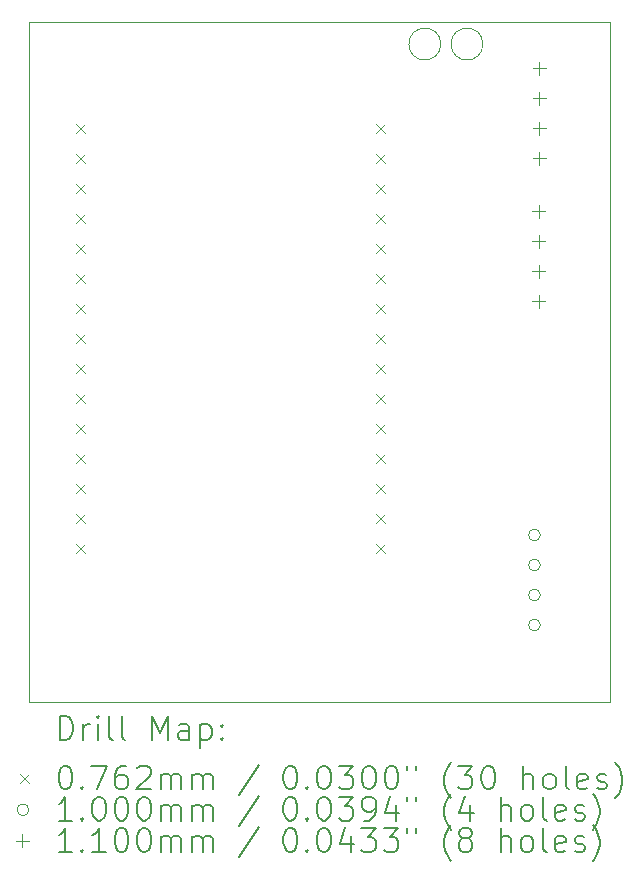
<source format=gbr>
%TF.GenerationSoftware,KiCad,Pcbnew,7.0.11-7.0.11~ubuntu22.04.1*%
%TF.CreationDate,2024-03-24T21:49:16+11:00*%
%TF.ProjectId,esp32_pwm_fan,65737033-325f-4707-976d-5f66616e2e6b,rev?*%
%TF.SameCoordinates,Original*%
%TF.FileFunction,Drillmap*%
%TF.FilePolarity,Positive*%
%FSLAX45Y45*%
G04 Gerber Fmt 4.5, Leading zero omitted, Abs format (unit mm)*
G04 Created by KiCad (PCBNEW 7.0.11-7.0.11~ubuntu22.04.1) date 2024-03-24 21:49:16*
%MOMM*%
%LPD*%
G01*
G04 APERTURE LIST*
%ADD10C,0.100000*%
%ADD11C,0.200000*%
%ADD12C,0.110000*%
G04 APERTURE END LIST*
D10*
X11141629Y-4788000D02*
G75*
G03*
X10872371Y-4788000I-134629J0D01*
G01*
X10872371Y-4788000D02*
G75*
G03*
X11141629Y-4788000I134629J0D01*
G01*
X7302500Y-4600000D02*
X12217500Y-4600000D01*
X12217500Y-10362500D01*
X7302500Y-10362500D01*
X7302500Y-4600000D01*
X10784629Y-4788000D02*
G75*
G03*
X10515371Y-4788000I-134629J0D01*
G01*
X10515371Y-4788000D02*
G75*
G03*
X10784629Y-4788000I134629J0D01*
G01*
D11*
D10*
X7694400Y-5464400D02*
X7770600Y-5540600D01*
X7770600Y-5464400D02*
X7694400Y-5540600D01*
X7694400Y-5718400D02*
X7770600Y-5794600D01*
X7770600Y-5718400D02*
X7694400Y-5794600D01*
X7694400Y-5972400D02*
X7770600Y-6048600D01*
X7770600Y-5972400D02*
X7694400Y-6048600D01*
X7694400Y-6226400D02*
X7770600Y-6302600D01*
X7770600Y-6226400D02*
X7694400Y-6302600D01*
X7694400Y-6480400D02*
X7770600Y-6556600D01*
X7770600Y-6480400D02*
X7694400Y-6556600D01*
X7694400Y-6734400D02*
X7770600Y-6810600D01*
X7770600Y-6734400D02*
X7694400Y-6810600D01*
X7694400Y-6988400D02*
X7770600Y-7064600D01*
X7770600Y-6988400D02*
X7694400Y-7064600D01*
X7694400Y-7242400D02*
X7770600Y-7318600D01*
X7770600Y-7242400D02*
X7694400Y-7318600D01*
X7694400Y-7496400D02*
X7770600Y-7572600D01*
X7770600Y-7496400D02*
X7694400Y-7572600D01*
X7694400Y-7750400D02*
X7770600Y-7826600D01*
X7770600Y-7750400D02*
X7694400Y-7826600D01*
X7694400Y-8004400D02*
X7770600Y-8080600D01*
X7770600Y-8004400D02*
X7694400Y-8080600D01*
X7694400Y-8258400D02*
X7770600Y-8334600D01*
X7770600Y-8258400D02*
X7694400Y-8334600D01*
X7694400Y-8512400D02*
X7770600Y-8588600D01*
X7770600Y-8512400D02*
X7694400Y-8588600D01*
X7694400Y-8766400D02*
X7770600Y-8842600D01*
X7770600Y-8766400D02*
X7694400Y-8842600D01*
X7694400Y-9020400D02*
X7770600Y-9096600D01*
X7770600Y-9020400D02*
X7694400Y-9096600D01*
X10234400Y-5464400D02*
X10310600Y-5540600D01*
X10310600Y-5464400D02*
X10234400Y-5540600D01*
X10234400Y-5718400D02*
X10310600Y-5794600D01*
X10310600Y-5718400D02*
X10234400Y-5794600D01*
X10234400Y-5972400D02*
X10310600Y-6048600D01*
X10310600Y-5972400D02*
X10234400Y-6048600D01*
X10234400Y-6226400D02*
X10310600Y-6302600D01*
X10310600Y-6226400D02*
X10234400Y-6302600D01*
X10234400Y-6480400D02*
X10310600Y-6556600D01*
X10310600Y-6480400D02*
X10234400Y-6556600D01*
X10234400Y-6734400D02*
X10310600Y-6810600D01*
X10310600Y-6734400D02*
X10234400Y-6810600D01*
X10234400Y-6988400D02*
X10310600Y-7064600D01*
X10310600Y-6988400D02*
X10234400Y-7064600D01*
X10234400Y-7242400D02*
X10310600Y-7318600D01*
X10310600Y-7242400D02*
X10234400Y-7318600D01*
X10234400Y-7496400D02*
X10310600Y-7572600D01*
X10310600Y-7496400D02*
X10234400Y-7572600D01*
X10234400Y-7750400D02*
X10310600Y-7826600D01*
X10310600Y-7750400D02*
X10234400Y-7826600D01*
X10234400Y-8004400D02*
X10310600Y-8080600D01*
X10310600Y-8004400D02*
X10234400Y-8080600D01*
X10234400Y-8258400D02*
X10310600Y-8334600D01*
X10310600Y-8258400D02*
X10234400Y-8334600D01*
X10234400Y-8512400D02*
X10310600Y-8588600D01*
X10310600Y-8512400D02*
X10234400Y-8588600D01*
X10234400Y-8766400D02*
X10310600Y-8842600D01*
X10310600Y-8766400D02*
X10234400Y-8842600D01*
X10234400Y-9020400D02*
X10310600Y-9096600D01*
X10310600Y-9020400D02*
X10234400Y-9096600D01*
X11627500Y-8945000D02*
G75*
G03*
X11527500Y-8945000I-50000J0D01*
G01*
X11527500Y-8945000D02*
G75*
G03*
X11627500Y-8945000I50000J0D01*
G01*
X11627500Y-9199000D02*
G75*
G03*
X11527500Y-9199000I-50000J0D01*
G01*
X11527500Y-9199000D02*
G75*
G03*
X11627500Y-9199000I50000J0D01*
G01*
X11627500Y-9453000D02*
G75*
G03*
X11527500Y-9453000I-50000J0D01*
G01*
X11527500Y-9453000D02*
G75*
G03*
X11627500Y-9453000I50000J0D01*
G01*
X11627500Y-9707000D02*
G75*
G03*
X11527500Y-9707000I-50000J0D01*
G01*
X11527500Y-9707000D02*
G75*
G03*
X11627500Y-9707000I50000J0D01*
G01*
D12*
X11614000Y-6150000D02*
X11614000Y-6260000D01*
X11559000Y-6205000D02*
X11669000Y-6205000D01*
X11614000Y-6404000D02*
X11614000Y-6514000D01*
X11559000Y-6459000D02*
X11669000Y-6459000D01*
X11614000Y-6658000D02*
X11614000Y-6768000D01*
X11559000Y-6713000D02*
X11669000Y-6713000D01*
X11614000Y-6912000D02*
X11614000Y-7022000D01*
X11559000Y-6967000D02*
X11669000Y-6967000D01*
X11617000Y-4938000D02*
X11617000Y-5048000D01*
X11562000Y-4993000D02*
X11672000Y-4993000D01*
X11617000Y-5192000D02*
X11617000Y-5302000D01*
X11562000Y-5247000D02*
X11672000Y-5247000D01*
X11617000Y-5446000D02*
X11617000Y-5556000D01*
X11562000Y-5501000D02*
X11672000Y-5501000D01*
X11617000Y-5700000D02*
X11617000Y-5810000D01*
X11562000Y-5755000D02*
X11672000Y-5755000D01*
D11*
X7558277Y-10678984D02*
X7558277Y-10478984D01*
X7558277Y-10478984D02*
X7605896Y-10478984D01*
X7605896Y-10478984D02*
X7634467Y-10488508D01*
X7634467Y-10488508D02*
X7653515Y-10507555D01*
X7653515Y-10507555D02*
X7663039Y-10526603D01*
X7663039Y-10526603D02*
X7672562Y-10564698D01*
X7672562Y-10564698D02*
X7672562Y-10593270D01*
X7672562Y-10593270D02*
X7663039Y-10631365D01*
X7663039Y-10631365D02*
X7653515Y-10650412D01*
X7653515Y-10650412D02*
X7634467Y-10669460D01*
X7634467Y-10669460D02*
X7605896Y-10678984D01*
X7605896Y-10678984D02*
X7558277Y-10678984D01*
X7758277Y-10678984D02*
X7758277Y-10545650D01*
X7758277Y-10583746D02*
X7767801Y-10564698D01*
X7767801Y-10564698D02*
X7777324Y-10555174D01*
X7777324Y-10555174D02*
X7796372Y-10545650D01*
X7796372Y-10545650D02*
X7815420Y-10545650D01*
X7882086Y-10678984D02*
X7882086Y-10545650D01*
X7882086Y-10478984D02*
X7872562Y-10488508D01*
X7872562Y-10488508D02*
X7882086Y-10498031D01*
X7882086Y-10498031D02*
X7891610Y-10488508D01*
X7891610Y-10488508D02*
X7882086Y-10478984D01*
X7882086Y-10478984D02*
X7882086Y-10498031D01*
X8005896Y-10678984D02*
X7986848Y-10669460D01*
X7986848Y-10669460D02*
X7977324Y-10650412D01*
X7977324Y-10650412D02*
X7977324Y-10478984D01*
X8110658Y-10678984D02*
X8091610Y-10669460D01*
X8091610Y-10669460D02*
X8082086Y-10650412D01*
X8082086Y-10650412D02*
X8082086Y-10478984D01*
X8339229Y-10678984D02*
X8339229Y-10478984D01*
X8339229Y-10478984D02*
X8405896Y-10621841D01*
X8405896Y-10621841D02*
X8472563Y-10478984D01*
X8472563Y-10478984D02*
X8472563Y-10678984D01*
X8653515Y-10678984D02*
X8653515Y-10574222D01*
X8653515Y-10574222D02*
X8643991Y-10555174D01*
X8643991Y-10555174D02*
X8624944Y-10545650D01*
X8624944Y-10545650D02*
X8586848Y-10545650D01*
X8586848Y-10545650D02*
X8567801Y-10555174D01*
X8653515Y-10669460D02*
X8634467Y-10678984D01*
X8634467Y-10678984D02*
X8586848Y-10678984D01*
X8586848Y-10678984D02*
X8567801Y-10669460D01*
X8567801Y-10669460D02*
X8558277Y-10650412D01*
X8558277Y-10650412D02*
X8558277Y-10631365D01*
X8558277Y-10631365D02*
X8567801Y-10612317D01*
X8567801Y-10612317D02*
X8586848Y-10602793D01*
X8586848Y-10602793D02*
X8634467Y-10602793D01*
X8634467Y-10602793D02*
X8653515Y-10593270D01*
X8748753Y-10545650D02*
X8748753Y-10745650D01*
X8748753Y-10555174D02*
X8767801Y-10545650D01*
X8767801Y-10545650D02*
X8805896Y-10545650D01*
X8805896Y-10545650D02*
X8824944Y-10555174D01*
X8824944Y-10555174D02*
X8834467Y-10564698D01*
X8834467Y-10564698D02*
X8843991Y-10583746D01*
X8843991Y-10583746D02*
X8843991Y-10640889D01*
X8843991Y-10640889D02*
X8834467Y-10659936D01*
X8834467Y-10659936D02*
X8824944Y-10669460D01*
X8824944Y-10669460D02*
X8805896Y-10678984D01*
X8805896Y-10678984D02*
X8767801Y-10678984D01*
X8767801Y-10678984D02*
X8748753Y-10669460D01*
X8929705Y-10659936D02*
X8939229Y-10669460D01*
X8939229Y-10669460D02*
X8929705Y-10678984D01*
X8929705Y-10678984D02*
X8920182Y-10669460D01*
X8920182Y-10669460D02*
X8929705Y-10659936D01*
X8929705Y-10659936D02*
X8929705Y-10678984D01*
X8929705Y-10555174D02*
X8939229Y-10564698D01*
X8939229Y-10564698D02*
X8929705Y-10574222D01*
X8929705Y-10574222D02*
X8920182Y-10564698D01*
X8920182Y-10564698D02*
X8929705Y-10555174D01*
X8929705Y-10555174D02*
X8929705Y-10574222D01*
D10*
X7221300Y-10969400D02*
X7297500Y-11045600D01*
X7297500Y-10969400D02*
X7221300Y-11045600D01*
D11*
X7596372Y-10898984D02*
X7615420Y-10898984D01*
X7615420Y-10898984D02*
X7634467Y-10908508D01*
X7634467Y-10908508D02*
X7643991Y-10918031D01*
X7643991Y-10918031D02*
X7653515Y-10937079D01*
X7653515Y-10937079D02*
X7663039Y-10975174D01*
X7663039Y-10975174D02*
X7663039Y-11022793D01*
X7663039Y-11022793D02*
X7653515Y-11060889D01*
X7653515Y-11060889D02*
X7643991Y-11079936D01*
X7643991Y-11079936D02*
X7634467Y-11089460D01*
X7634467Y-11089460D02*
X7615420Y-11098984D01*
X7615420Y-11098984D02*
X7596372Y-11098984D01*
X7596372Y-11098984D02*
X7577324Y-11089460D01*
X7577324Y-11089460D02*
X7567801Y-11079936D01*
X7567801Y-11079936D02*
X7558277Y-11060889D01*
X7558277Y-11060889D02*
X7548753Y-11022793D01*
X7548753Y-11022793D02*
X7548753Y-10975174D01*
X7548753Y-10975174D02*
X7558277Y-10937079D01*
X7558277Y-10937079D02*
X7567801Y-10918031D01*
X7567801Y-10918031D02*
X7577324Y-10908508D01*
X7577324Y-10908508D02*
X7596372Y-10898984D01*
X7748753Y-11079936D02*
X7758277Y-11089460D01*
X7758277Y-11089460D02*
X7748753Y-11098984D01*
X7748753Y-11098984D02*
X7739229Y-11089460D01*
X7739229Y-11089460D02*
X7748753Y-11079936D01*
X7748753Y-11079936D02*
X7748753Y-11098984D01*
X7824943Y-10898984D02*
X7958277Y-10898984D01*
X7958277Y-10898984D02*
X7872562Y-11098984D01*
X8120182Y-10898984D02*
X8082086Y-10898984D01*
X8082086Y-10898984D02*
X8063039Y-10908508D01*
X8063039Y-10908508D02*
X8053515Y-10918031D01*
X8053515Y-10918031D02*
X8034467Y-10946603D01*
X8034467Y-10946603D02*
X8024943Y-10984698D01*
X8024943Y-10984698D02*
X8024943Y-11060889D01*
X8024943Y-11060889D02*
X8034467Y-11079936D01*
X8034467Y-11079936D02*
X8043991Y-11089460D01*
X8043991Y-11089460D02*
X8063039Y-11098984D01*
X8063039Y-11098984D02*
X8101134Y-11098984D01*
X8101134Y-11098984D02*
X8120182Y-11089460D01*
X8120182Y-11089460D02*
X8129705Y-11079936D01*
X8129705Y-11079936D02*
X8139229Y-11060889D01*
X8139229Y-11060889D02*
X8139229Y-11013270D01*
X8139229Y-11013270D02*
X8129705Y-10994222D01*
X8129705Y-10994222D02*
X8120182Y-10984698D01*
X8120182Y-10984698D02*
X8101134Y-10975174D01*
X8101134Y-10975174D02*
X8063039Y-10975174D01*
X8063039Y-10975174D02*
X8043991Y-10984698D01*
X8043991Y-10984698D02*
X8034467Y-10994222D01*
X8034467Y-10994222D02*
X8024943Y-11013270D01*
X8215420Y-10918031D02*
X8224943Y-10908508D01*
X8224943Y-10908508D02*
X8243991Y-10898984D01*
X8243991Y-10898984D02*
X8291610Y-10898984D01*
X8291610Y-10898984D02*
X8310658Y-10908508D01*
X8310658Y-10908508D02*
X8320182Y-10918031D01*
X8320182Y-10918031D02*
X8329705Y-10937079D01*
X8329705Y-10937079D02*
X8329705Y-10956127D01*
X8329705Y-10956127D02*
X8320182Y-10984698D01*
X8320182Y-10984698D02*
X8205896Y-11098984D01*
X8205896Y-11098984D02*
X8329705Y-11098984D01*
X8415420Y-11098984D02*
X8415420Y-10965650D01*
X8415420Y-10984698D02*
X8424944Y-10975174D01*
X8424944Y-10975174D02*
X8443991Y-10965650D01*
X8443991Y-10965650D02*
X8472563Y-10965650D01*
X8472563Y-10965650D02*
X8491610Y-10975174D01*
X8491610Y-10975174D02*
X8501134Y-10994222D01*
X8501134Y-10994222D02*
X8501134Y-11098984D01*
X8501134Y-10994222D02*
X8510658Y-10975174D01*
X8510658Y-10975174D02*
X8529705Y-10965650D01*
X8529705Y-10965650D02*
X8558277Y-10965650D01*
X8558277Y-10965650D02*
X8577325Y-10975174D01*
X8577325Y-10975174D02*
X8586848Y-10994222D01*
X8586848Y-10994222D02*
X8586848Y-11098984D01*
X8682086Y-11098984D02*
X8682086Y-10965650D01*
X8682086Y-10984698D02*
X8691610Y-10975174D01*
X8691610Y-10975174D02*
X8710658Y-10965650D01*
X8710658Y-10965650D02*
X8739229Y-10965650D01*
X8739229Y-10965650D02*
X8758277Y-10975174D01*
X8758277Y-10975174D02*
X8767801Y-10994222D01*
X8767801Y-10994222D02*
X8767801Y-11098984D01*
X8767801Y-10994222D02*
X8777325Y-10975174D01*
X8777325Y-10975174D02*
X8796372Y-10965650D01*
X8796372Y-10965650D02*
X8824944Y-10965650D01*
X8824944Y-10965650D02*
X8843991Y-10975174D01*
X8843991Y-10975174D02*
X8853515Y-10994222D01*
X8853515Y-10994222D02*
X8853515Y-11098984D01*
X9243991Y-10889460D02*
X9072563Y-11146603D01*
X9501134Y-10898984D02*
X9520182Y-10898984D01*
X9520182Y-10898984D02*
X9539229Y-10908508D01*
X9539229Y-10908508D02*
X9548753Y-10918031D01*
X9548753Y-10918031D02*
X9558277Y-10937079D01*
X9558277Y-10937079D02*
X9567801Y-10975174D01*
X9567801Y-10975174D02*
X9567801Y-11022793D01*
X9567801Y-11022793D02*
X9558277Y-11060889D01*
X9558277Y-11060889D02*
X9548753Y-11079936D01*
X9548753Y-11079936D02*
X9539229Y-11089460D01*
X9539229Y-11089460D02*
X9520182Y-11098984D01*
X9520182Y-11098984D02*
X9501134Y-11098984D01*
X9501134Y-11098984D02*
X9482087Y-11089460D01*
X9482087Y-11089460D02*
X9472563Y-11079936D01*
X9472563Y-11079936D02*
X9463039Y-11060889D01*
X9463039Y-11060889D02*
X9453515Y-11022793D01*
X9453515Y-11022793D02*
X9453515Y-10975174D01*
X9453515Y-10975174D02*
X9463039Y-10937079D01*
X9463039Y-10937079D02*
X9472563Y-10918031D01*
X9472563Y-10918031D02*
X9482087Y-10908508D01*
X9482087Y-10908508D02*
X9501134Y-10898984D01*
X9653515Y-11079936D02*
X9663039Y-11089460D01*
X9663039Y-11089460D02*
X9653515Y-11098984D01*
X9653515Y-11098984D02*
X9643991Y-11089460D01*
X9643991Y-11089460D02*
X9653515Y-11079936D01*
X9653515Y-11079936D02*
X9653515Y-11098984D01*
X9786848Y-10898984D02*
X9805896Y-10898984D01*
X9805896Y-10898984D02*
X9824944Y-10908508D01*
X9824944Y-10908508D02*
X9834468Y-10918031D01*
X9834468Y-10918031D02*
X9843991Y-10937079D01*
X9843991Y-10937079D02*
X9853515Y-10975174D01*
X9853515Y-10975174D02*
X9853515Y-11022793D01*
X9853515Y-11022793D02*
X9843991Y-11060889D01*
X9843991Y-11060889D02*
X9834468Y-11079936D01*
X9834468Y-11079936D02*
X9824944Y-11089460D01*
X9824944Y-11089460D02*
X9805896Y-11098984D01*
X9805896Y-11098984D02*
X9786848Y-11098984D01*
X9786848Y-11098984D02*
X9767801Y-11089460D01*
X9767801Y-11089460D02*
X9758277Y-11079936D01*
X9758277Y-11079936D02*
X9748753Y-11060889D01*
X9748753Y-11060889D02*
X9739229Y-11022793D01*
X9739229Y-11022793D02*
X9739229Y-10975174D01*
X9739229Y-10975174D02*
X9748753Y-10937079D01*
X9748753Y-10937079D02*
X9758277Y-10918031D01*
X9758277Y-10918031D02*
X9767801Y-10908508D01*
X9767801Y-10908508D02*
X9786848Y-10898984D01*
X9920182Y-10898984D02*
X10043991Y-10898984D01*
X10043991Y-10898984D02*
X9977325Y-10975174D01*
X9977325Y-10975174D02*
X10005896Y-10975174D01*
X10005896Y-10975174D02*
X10024944Y-10984698D01*
X10024944Y-10984698D02*
X10034468Y-10994222D01*
X10034468Y-10994222D02*
X10043991Y-11013270D01*
X10043991Y-11013270D02*
X10043991Y-11060889D01*
X10043991Y-11060889D02*
X10034468Y-11079936D01*
X10034468Y-11079936D02*
X10024944Y-11089460D01*
X10024944Y-11089460D02*
X10005896Y-11098984D01*
X10005896Y-11098984D02*
X9948753Y-11098984D01*
X9948753Y-11098984D02*
X9929706Y-11089460D01*
X9929706Y-11089460D02*
X9920182Y-11079936D01*
X10167801Y-10898984D02*
X10186849Y-10898984D01*
X10186849Y-10898984D02*
X10205896Y-10908508D01*
X10205896Y-10908508D02*
X10215420Y-10918031D01*
X10215420Y-10918031D02*
X10224944Y-10937079D01*
X10224944Y-10937079D02*
X10234468Y-10975174D01*
X10234468Y-10975174D02*
X10234468Y-11022793D01*
X10234468Y-11022793D02*
X10224944Y-11060889D01*
X10224944Y-11060889D02*
X10215420Y-11079936D01*
X10215420Y-11079936D02*
X10205896Y-11089460D01*
X10205896Y-11089460D02*
X10186849Y-11098984D01*
X10186849Y-11098984D02*
X10167801Y-11098984D01*
X10167801Y-11098984D02*
X10148753Y-11089460D01*
X10148753Y-11089460D02*
X10139229Y-11079936D01*
X10139229Y-11079936D02*
X10129706Y-11060889D01*
X10129706Y-11060889D02*
X10120182Y-11022793D01*
X10120182Y-11022793D02*
X10120182Y-10975174D01*
X10120182Y-10975174D02*
X10129706Y-10937079D01*
X10129706Y-10937079D02*
X10139229Y-10918031D01*
X10139229Y-10918031D02*
X10148753Y-10908508D01*
X10148753Y-10908508D02*
X10167801Y-10898984D01*
X10358277Y-10898984D02*
X10377325Y-10898984D01*
X10377325Y-10898984D02*
X10396372Y-10908508D01*
X10396372Y-10908508D02*
X10405896Y-10918031D01*
X10405896Y-10918031D02*
X10415420Y-10937079D01*
X10415420Y-10937079D02*
X10424944Y-10975174D01*
X10424944Y-10975174D02*
X10424944Y-11022793D01*
X10424944Y-11022793D02*
X10415420Y-11060889D01*
X10415420Y-11060889D02*
X10405896Y-11079936D01*
X10405896Y-11079936D02*
X10396372Y-11089460D01*
X10396372Y-11089460D02*
X10377325Y-11098984D01*
X10377325Y-11098984D02*
X10358277Y-11098984D01*
X10358277Y-11098984D02*
X10339229Y-11089460D01*
X10339229Y-11089460D02*
X10329706Y-11079936D01*
X10329706Y-11079936D02*
X10320182Y-11060889D01*
X10320182Y-11060889D02*
X10310658Y-11022793D01*
X10310658Y-11022793D02*
X10310658Y-10975174D01*
X10310658Y-10975174D02*
X10320182Y-10937079D01*
X10320182Y-10937079D02*
X10329706Y-10918031D01*
X10329706Y-10918031D02*
X10339229Y-10908508D01*
X10339229Y-10908508D02*
X10358277Y-10898984D01*
X10501134Y-10898984D02*
X10501134Y-10937079D01*
X10577325Y-10898984D02*
X10577325Y-10937079D01*
X10872563Y-11175174D02*
X10863039Y-11165650D01*
X10863039Y-11165650D02*
X10843991Y-11137079D01*
X10843991Y-11137079D02*
X10834468Y-11118031D01*
X10834468Y-11118031D02*
X10824944Y-11089460D01*
X10824944Y-11089460D02*
X10815420Y-11041841D01*
X10815420Y-11041841D02*
X10815420Y-11003746D01*
X10815420Y-11003746D02*
X10824944Y-10956127D01*
X10824944Y-10956127D02*
X10834468Y-10927555D01*
X10834468Y-10927555D02*
X10843991Y-10908508D01*
X10843991Y-10908508D02*
X10863039Y-10879936D01*
X10863039Y-10879936D02*
X10872563Y-10870412D01*
X10929706Y-10898984D02*
X11053515Y-10898984D01*
X11053515Y-10898984D02*
X10986849Y-10975174D01*
X10986849Y-10975174D02*
X11015420Y-10975174D01*
X11015420Y-10975174D02*
X11034468Y-10984698D01*
X11034468Y-10984698D02*
X11043991Y-10994222D01*
X11043991Y-10994222D02*
X11053515Y-11013270D01*
X11053515Y-11013270D02*
X11053515Y-11060889D01*
X11053515Y-11060889D02*
X11043991Y-11079936D01*
X11043991Y-11079936D02*
X11034468Y-11089460D01*
X11034468Y-11089460D02*
X11015420Y-11098984D01*
X11015420Y-11098984D02*
X10958277Y-11098984D01*
X10958277Y-11098984D02*
X10939230Y-11089460D01*
X10939230Y-11089460D02*
X10929706Y-11079936D01*
X11177325Y-10898984D02*
X11196372Y-10898984D01*
X11196372Y-10898984D02*
X11215420Y-10908508D01*
X11215420Y-10908508D02*
X11224944Y-10918031D01*
X11224944Y-10918031D02*
X11234468Y-10937079D01*
X11234468Y-10937079D02*
X11243991Y-10975174D01*
X11243991Y-10975174D02*
X11243991Y-11022793D01*
X11243991Y-11022793D02*
X11234468Y-11060889D01*
X11234468Y-11060889D02*
X11224944Y-11079936D01*
X11224944Y-11079936D02*
X11215420Y-11089460D01*
X11215420Y-11089460D02*
X11196372Y-11098984D01*
X11196372Y-11098984D02*
X11177325Y-11098984D01*
X11177325Y-11098984D02*
X11158277Y-11089460D01*
X11158277Y-11089460D02*
X11148753Y-11079936D01*
X11148753Y-11079936D02*
X11139230Y-11060889D01*
X11139230Y-11060889D02*
X11129706Y-11022793D01*
X11129706Y-11022793D02*
X11129706Y-10975174D01*
X11129706Y-10975174D02*
X11139230Y-10937079D01*
X11139230Y-10937079D02*
X11148753Y-10918031D01*
X11148753Y-10918031D02*
X11158277Y-10908508D01*
X11158277Y-10908508D02*
X11177325Y-10898984D01*
X11482087Y-11098984D02*
X11482087Y-10898984D01*
X11567801Y-11098984D02*
X11567801Y-10994222D01*
X11567801Y-10994222D02*
X11558277Y-10975174D01*
X11558277Y-10975174D02*
X11539230Y-10965650D01*
X11539230Y-10965650D02*
X11510658Y-10965650D01*
X11510658Y-10965650D02*
X11491610Y-10975174D01*
X11491610Y-10975174D02*
X11482087Y-10984698D01*
X11691610Y-11098984D02*
X11672563Y-11089460D01*
X11672563Y-11089460D02*
X11663039Y-11079936D01*
X11663039Y-11079936D02*
X11653515Y-11060889D01*
X11653515Y-11060889D02*
X11653515Y-11003746D01*
X11653515Y-11003746D02*
X11663039Y-10984698D01*
X11663039Y-10984698D02*
X11672563Y-10975174D01*
X11672563Y-10975174D02*
X11691610Y-10965650D01*
X11691610Y-10965650D02*
X11720182Y-10965650D01*
X11720182Y-10965650D02*
X11739230Y-10975174D01*
X11739230Y-10975174D02*
X11748753Y-10984698D01*
X11748753Y-10984698D02*
X11758277Y-11003746D01*
X11758277Y-11003746D02*
X11758277Y-11060889D01*
X11758277Y-11060889D02*
X11748753Y-11079936D01*
X11748753Y-11079936D02*
X11739230Y-11089460D01*
X11739230Y-11089460D02*
X11720182Y-11098984D01*
X11720182Y-11098984D02*
X11691610Y-11098984D01*
X11872563Y-11098984D02*
X11853515Y-11089460D01*
X11853515Y-11089460D02*
X11843991Y-11070412D01*
X11843991Y-11070412D02*
X11843991Y-10898984D01*
X12024944Y-11089460D02*
X12005896Y-11098984D01*
X12005896Y-11098984D02*
X11967801Y-11098984D01*
X11967801Y-11098984D02*
X11948753Y-11089460D01*
X11948753Y-11089460D02*
X11939230Y-11070412D01*
X11939230Y-11070412D02*
X11939230Y-10994222D01*
X11939230Y-10994222D02*
X11948753Y-10975174D01*
X11948753Y-10975174D02*
X11967801Y-10965650D01*
X11967801Y-10965650D02*
X12005896Y-10965650D01*
X12005896Y-10965650D02*
X12024944Y-10975174D01*
X12024944Y-10975174D02*
X12034468Y-10994222D01*
X12034468Y-10994222D02*
X12034468Y-11013270D01*
X12034468Y-11013270D02*
X11939230Y-11032317D01*
X12110658Y-11089460D02*
X12129706Y-11098984D01*
X12129706Y-11098984D02*
X12167801Y-11098984D01*
X12167801Y-11098984D02*
X12186849Y-11089460D01*
X12186849Y-11089460D02*
X12196372Y-11070412D01*
X12196372Y-11070412D02*
X12196372Y-11060889D01*
X12196372Y-11060889D02*
X12186849Y-11041841D01*
X12186849Y-11041841D02*
X12167801Y-11032317D01*
X12167801Y-11032317D02*
X12139230Y-11032317D01*
X12139230Y-11032317D02*
X12120182Y-11022793D01*
X12120182Y-11022793D02*
X12110658Y-11003746D01*
X12110658Y-11003746D02*
X12110658Y-10994222D01*
X12110658Y-10994222D02*
X12120182Y-10975174D01*
X12120182Y-10975174D02*
X12139230Y-10965650D01*
X12139230Y-10965650D02*
X12167801Y-10965650D01*
X12167801Y-10965650D02*
X12186849Y-10975174D01*
X12263039Y-11175174D02*
X12272563Y-11165650D01*
X12272563Y-11165650D02*
X12291611Y-11137079D01*
X12291611Y-11137079D02*
X12301134Y-11118031D01*
X12301134Y-11118031D02*
X12310658Y-11089460D01*
X12310658Y-11089460D02*
X12320182Y-11041841D01*
X12320182Y-11041841D02*
X12320182Y-11003746D01*
X12320182Y-11003746D02*
X12310658Y-10956127D01*
X12310658Y-10956127D02*
X12301134Y-10927555D01*
X12301134Y-10927555D02*
X12291611Y-10908508D01*
X12291611Y-10908508D02*
X12272563Y-10879936D01*
X12272563Y-10879936D02*
X12263039Y-10870412D01*
D10*
X7297500Y-11271500D02*
G75*
G03*
X7197500Y-11271500I-50000J0D01*
G01*
X7197500Y-11271500D02*
G75*
G03*
X7297500Y-11271500I50000J0D01*
G01*
D11*
X7663039Y-11362984D02*
X7548753Y-11362984D01*
X7605896Y-11362984D02*
X7605896Y-11162984D01*
X7605896Y-11162984D02*
X7586848Y-11191555D01*
X7586848Y-11191555D02*
X7567801Y-11210603D01*
X7567801Y-11210603D02*
X7548753Y-11220127D01*
X7748753Y-11343936D02*
X7758277Y-11353460D01*
X7758277Y-11353460D02*
X7748753Y-11362984D01*
X7748753Y-11362984D02*
X7739229Y-11353460D01*
X7739229Y-11353460D02*
X7748753Y-11343936D01*
X7748753Y-11343936D02*
X7748753Y-11362984D01*
X7882086Y-11162984D02*
X7901134Y-11162984D01*
X7901134Y-11162984D02*
X7920182Y-11172508D01*
X7920182Y-11172508D02*
X7929705Y-11182031D01*
X7929705Y-11182031D02*
X7939229Y-11201079D01*
X7939229Y-11201079D02*
X7948753Y-11239174D01*
X7948753Y-11239174D02*
X7948753Y-11286793D01*
X7948753Y-11286793D02*
X7939229Y-11324888D01*
X7939229Y-11324888D02*
X7929705Y-11343936D01*
X7929705Y-11343936D02*
X7920182Y-11353460D01*
X7920182Y-11353460D02*
X7901134Y-11362984D01*
X7901134Y-11362984D02*
X7882086Y-11362984D01*
X7882086Y-11362984D02*
X7863039Y-11353460D01*
X7863039Y-11353460D02*
X7853515Y-11343936D01*
X7853515Y-11343936D02*
X7843991Y-11324888D01*
X7843991Y-11324888D02*
X7834467Y-11286793D01*
X7834467Y-11286793D02*
X7834467Y-11239174D01*
X7834467Y-11239174D02*
X7843991Y-11201079D01*
X7843991Y-11201079D02*
X7853515Y-11182031D01*
X7853515Y-11182031D02*
X7863039Y-11172508D01*
X7863039Y-11172508D02*
X7882086Y-11162984D01*
X8072562Y-11162984D02*
X8091610Y-11162984D01*
X8091610Y-11162984D02*
X8110658Y-11172508D01*
X8110658Y-11172508D02*
X8120182Y-11182031D01*
X8120182Y-11182031D02*
X8129705Y-11201079D01*
X8129705Y-11201079D02*
X8139229Y-11239174D01*
X8139229Y-11239174D02*
X8139229Y-11286793D01*
X8139229Y-11286793D02*
X8129705Y-11324888D01*
X8129705Y-11324888D02*
X8120182Y-11343936D01*
X8120182Y-11343936D02*
X8110658Y-11353460D01*
X8110658Y-11353460D02*
X8091610Y-11362984D01*
X8091610Y-11362984D02*
X8072562Y-11362984D01*
X8072562Y-11362984D02*
X8053515Y-11353460D01*
X8053515Y-11353460D02*
X8043991Y-11343936D01*
X8043991Y-11343936D02*
X8034467Y-11324888D01*
X8034467Y-11324888D02*
X8024943Y-11286793D01*
X8024943Y-11286793D02*
X8024943Y-11239174D01*
X8024943Y-11239174D02*
X8034467Y-11201079D01*
X8034467Y-11201079D02*
X8043991Y-11182031D01*
X8043991Y-11182031D02*
X8053515Y-11172508D01*
X8053515Y-11172508D02*
X8072562Y-11162984D01*
X8263039Y-11162984D02*
X8282086Y-11162984D01*
X8282086Y-11162984D02*
X8301134Y-11172508D01*
X8301134Y-11172508D02*
X8310658Y-11182031D01*
X8310658Y-11182031D02*
X8320182Y-11201079D01*
X8320182Y-11201079D02*
X8329705Y-11239174D01*
X8329705Y-11239174D02*
X8329705Y-11286793D01*
X8329705Y-11286793D02*
X8320182Y-11324888D01*
X8320182Y-11324888D02*
X8310658Y-11343936D01*
X8310658Y-11343936D02*
X8301134Y-11353460D01*
X8301134Y-11353460D02*
X8282086Y-11362984D01*
X8282086Y-11362984D02*
X8263039Y-11362984D01*
X8263039Y-11362984D02*
X8243991Y-11353460D01*
X8243991Y-11353460D02*
X8234467Y-11343936D01*
X8234467Y-11343936D02*
X8224943Y-11324888D01*
X8224943Y-11324888D02*
X8215420Y-11286793D01*
X8215420Y-11286793D02*
X8215420Y-11239174D01*
X8215420Y-11239174D02*
X8224943Y-11201079D01*
X8224943Y-11201079D02*
X8234467Y-11182031D01*
X8234467Y-11182031D02*
X8243991Y-11172508D01*
X8243991Y-11172508D02*
X8263039Y-11162984D01*
X8415420Y-11362984D02*
X8415420Y-11229650D01*
X8415420Y-11248698D02*
X8424944Y-11239174D01*
X8424944Y-11239174D02*
X8443991Y-11229650D01*
X8443991Y-11229650D02*
X8472563Y-11229650D01*
X8472563Y-11229650D02*
X8491610Y-11239174D01*
X8491610Y-11239174D02*
X8501134Y-11258222D01*
X8501134Y-11258222D02*
X8501134Y-11362984D01*
X8501134Y-11258222D02*
X8510658Y-11239174D01*
X8510658Y-11239174D02*
X8529705Y-11229650D01*
X8529705Y-11229650D02*
X8558277Y-11229650D01*
X8558277Y-11229650D02*
X8577325Y-11239174D01*
X8577325Y-11239174D02*
X8586848Y-11258222D01*
X8586848Y-11258222D02*
X8586848Y-11362984D01*
X8682086Y-11362984D02*
X8682086Y-11229650D01*
X8682086Y-11248698D02*
X8691610Y-11239174D01*
X8691610Y-11239174D02*
X8710658Y-11229650D01*
X8710658Y-11229650D02*
X8739229Y-11229650D01*
X8739229Y-11229650D02*
X8758277Y-11239174D01*
X8758277Y-11239174D02*
X8767801Y-11258222D01*
X8767801Y-11258222D02*
X8767801Y-11362984D01*
X8767801Y-11258222D02*
X8777325Y-11239174D01*
X8777325Y-11239174D02*
X8796372Y-11229650D01*
X8796372Y-11229650D02*
X8824944Y-11229650D01*
X8824944Y-11229650D02*
X8843991Y-11239174D01*
X8843991Y-11239174D02*
X8853515Y-11258222D01*
X8853515Y-11258222D02*
X8853515Y-11362984D01*
X9243991Y-11153460D02*
X9072563Y-11410603D01*
X9501134Y-11162984D02*
X9520182Y-11162984D01*
X9520182Y-11162984D02*
X9539229Y-11172508D01*
X9539229Y-11172508D02*
X9548753Y-11182031D01*
X9548753Y-11182031D02*
X9558277Y-11201079D01*
X9558277Y-11201079D02*
X9567801Y-11239174D01*
X9567801Y-11239174D02*
X9567801Y-11286793D01*
X9567801Y-11286793D02*
X9558277Y-11324888D01*
X9558277Y-11324888D02*
X9548753Y-11343936D01*
X9548753Y-11343936D02*
X9539229Y-11353460D01*
X9539229Y-11353460D02*
X9520182Y-11362984D01*
X9520182Y-11362984D02*
X9501134Y-11362984D01*
X9501134Y-11362984D02*
X9482087Y-11353460D01*
X9482087Y-11353460D02*
X9472563Y-11343936D01*
X9472563Y-11343936D02*
X9463039Y-11324888D01*
X9463039Y-11324888D02*
X9453515Y-11286793D01*
X9453515Y-11286793D02*
X9453515Y-11239174D01*
X9453515Y-11239174D02*
X9463039Y-11201079D01*
X9463039Y-11201079D02*
X9472563Y-11182031D01*
X9472563Y-11182031D02*
X9482087Y-11172508D01*
X9482087Y-11172508D02*
X9501134Y-11162984D01*
X9653515Y-11343936D02*
X9663039Y-11353460D01*
X9663039Y-11353460D02*
X9653515Y-11362984D01*
X9653515Y-11362984D02*
X9643991Y-11353460D01*
X9643991Y-11353460D02*
X9653515Y-11343936D01*
X9653515Y-11343936D02*
X9653515Y-11362984D01*
X9786848Y-11162984D02*
X9805896Y-11162984D01*
X9805896Y-11162984D02*
X9824944Y-11172508D01*
X9824944Y-11172508D02*
X9834468Y-11182031D01*
X9834468Y-11182031D02*
X9843991Y-11201079D01*
X9843991Y-11201079D02*
X9853515Y-11239174D01*
X9853515Y-11239174D02*
X9853515Y-11286793D01*
X9853515Y-11286793D02*
X9843991Y-11324888D01*
X9843991Y-11324888D02*
X9834468Y-11343936D01*
X9834468Y-11343936D02*
X9824944Y-11353460D01*
X9824944Y-11353460D02*
X9805896Y-11362984D01*
X9805896Y-11362984D02*
X9786848Y-11362984D01*
X9786848Y-11362984D02*
X9767801Y-11353460D01*
X9767801Y-11353460D02*
X9758277Y-11343936D01*
X9758277Y-11343936D02*
X9748753Y-11324888D01*
X9748753Y-11324888D02*
X9739229Y-11286793D01*
X9739229Y-11286793D02*
X9739229Y-11239174D01*
X9739229Y-11239174D02*
X9748753Y-11201079D01*
X9748753Y-11201079D02*
X9758277Y-11182031D01*
X9758277Y-11182031D02*
X9767801Y-11172508D01*
X9767801Y-11172508D02*
X9786848Y-11162984D01*
X9920182Y-11162984D02*
X10043991Y-11162984D01*
X10043991Y-11162984D02*
X9977325Y-11239174D01*
X9977325Y-11239174D02*
X10005896Y-11239174D01*
X10005896Y-11239174D02*
X10024944Y-11248698D01*
X10024944Y-11248698D02*
X10034468Y-11258222D01*
X10034468Y-11258222D02*
X10043991Y-11277269D01*
X10043991Y-11277269D02*
X10043991Y-11324888D01*
X10043991Y-11324888D02*
X10034468Y-11343936D01*
X10034468Y-11343936D02*
X10024944Y-11353460D01*
X10024944Y-11353460D02*
X10005896Y-11362984D01*
X10005896Y-11362984D02*
X9948753Y-11362984D01*
X9948753Y-11362984D02*
X9929706Y-11353460D01*
X9929706Y-11353460D02*
X9920182Y-11343936D01*
X10139229Y-11362984D02*
X10177325Y-11362984D01*
X10177325Y-11362984D02*
X10196372Y-11353460D01*
X10196372Y-11353460D02*
X10205896Y-11343936D01*
X10205896Y-11343936D02*
X10224944Y-11315365D01*
X10224944Y-11315365D02*
X10234468Y-11277269D01*
X10234468Y-11277269D02*
X10234468Y-11201079D01*
X10234468Y-11201079D02*
X10224944Y-11182031D01*
X10224944Y-11182031D02*
X10215420Y-11172508D01*
X10215420Y-11172508D02*
X10196372Y-11162984D01*
X10196372Y-11162984D02*
X10158277Y-11162984D01*
X10158277Y-11162984D02*
X10139229Y-11172508D01*
X10139229Y-11172508D02*
X10129706Y-11182031D01*
X10129706Y-11182031D02*
X10120182Y-11201079D01*
X10120182Y-11201079D02*
X10120182Y-11248698D01*
X10120182Y-11248698D02*
X10129706Y-11267746D01*
X10129706Y-11267746D02*
X10139229Y-11277269D01*
X10139229Y-11277269D02*
X10158277Y-11286793D01*
X10158277Y-11286793D02*
X10196372Y-11286793D01*
X10196372Y-11286793D02*
X10215420Y-11277269D01*
X10215420Y-11277269D02*
X10224944Y-11267746D01*
X10224944Y-11267746D02*
X10234468Y-11248698D01*
X10405896Y-11229650D02*
X10405896Y-11362984D01*
X10358277Y-11153460D02*
X10310658Y-11296317D01*
X10310658Y-11296317D02*
X10434468Y-11296317D01*
X10501134Y-11162984D02*
X10501134Y-11201079D01*
X10577325Y-11162984D02*
X10577325Y-11201079D01*
X10872563Y-11439174D02*
X10863039Y-11429650D01*
X10863039Y-11429650D02*
X10843991Y-11401079D01*
X10843991Y-11401079D02*
X10834468Y-11382031D01*
X10834468Y-11382031D02*
X10824944Y-11353460D01*
X10824944Y-11353460D02*
X10815420Y-11305841D01*
X10815420Y-11305841D02*
X10815420Y-11267746D01*
X10815420Y-11267746D02*
X10824944Y-11220127D01*
X10824944Y-11220127D02*
X10834468Y-11191555D01*
X10834468Y-11191555D02*
X10843991Y-11172508D01*
X10843991Y-11172508D02*
X10863039Y-11143936D01*
X10863039Y-11143936D02*
X10872563Y-11134412D01*
X11034468Y-11229650D02*
X11034468Y-11362984D01*
X10986849Y-11153460D02*
X10939230Y-11296317D01*
X10939230Y-11296317D02*
X11063039Y-11296317D01*
X11291610Y-11362984D02*
X11291610Y-11162984D01*
X11377325Y-11362984D02*
X11377325Y-11258222D01*
X11377325Y-11258222D02*
X11367801Y-11239174D01*
X11367801Y-11239174D02*
X11348753Y-11229650D01*
X11348753Y-11229650D02*
X11320182Y-11229650D01*
X11320182Y-11229650D02*
X11301134Y-11239174D01*
X11301134Y-11239174D02*
X11291610Y-11248698D01*
X11501134Y-11362984D02*
X11482087Y-11353460D01*
X11482087Y-11353460D02*
X11472563Y-11343936D01*
X11472563Y-11343936D02*
X11463039Y-11324888D01*
X11463039Y-11324888D02*
X11463039Y-11267746D01*
X11463039Y-11267746D02*
X11472563Y-11248698D01*
X11472563Y-11248698D02*
X11482087Y-11239174D01*
X11482087Y-11239174D02*
X11501134Y-11229650D01*
X11501134Y-11229650D02*
X11529706Y-11229650D01*
X11529706Y-11229650D02*
X11548753Y-11239174D01*
X11548753Y-11239174D02*
X11558277Y-11248698D01*
X11558277Y-11248698D02*
X11567801Y-11267746D01*
X11567801Y-11267746D02*
X11567801Y-11324888D01*
X11567801Y-11324888D02*
X11558277Y-11343936D01*
X11558277Y-11343936D02*
X11548753Y-11353460D01*
X11548753Y-11353460D02*
X11529706Y-11362984D01*
X11529706Y-11362984D02*
X11501134Y-11362984D01*
X11682087Y-11362984D02*
X11663039Y-11353460D01*
X11663039Y-11353460D02*
X11653515Y-11334412D01*
X11653515Y-11334412D02*
X11653515Y-11162984D01*
X11834468Y-11353460D02*
X11815420Y-11362984D01*
X11815420Y-11362984D02*
X11777325Y-11362984D01*
X11777325Y-11362984D02*
X11758277Y-11353460D01*
X11758277Y-11353460D02*
X11748753Y-11334412D01*
X11748753Y-11334412D02*
X11748753Y-11258222D01*
X11748753Y-11258222D02*
X11758277Y-11239174D01*
X11758277Y-11239174D02*
X11777325Y-11229650D01*
X11777325Y-11229650D02*
X11815420Y-11229650D01*
X11815420Y-11229650D02*
X11834468Y-11239174D01*
X11834468Y-11239174D02*
X11843991Y-11258222D01*
X11843991Y-11258222D02*
X11843991Y-11277269D01*
X11843991Y-11277269D02*
X11748753Y-11296317D01*
X11920182Y-11353460D02*
X11939230Y-11362984D01*
X11939230Y-11362984D02*
X11977325Y-11362984D01*
X11977325Y-11362984D02*
X11996372Y-11353460D01*
X11996372Y-11353460D02*
X12005896Y-11334412D01*
X12005896Y-11334412D02*
X12005896Y-11324888D01*
X12005896Y-11324888D02*
X11996372Y-11305841D01*
X11996372Y-11305841D02*
X11977325Y-11296317D01*
X11977325Y-11296317D02*
X11948753Y-11296317D01*
X11948753Y-11296317D02*
X11929706Y-11286793D01*
X11929706Y-11286793D02*
X11920182Y-11267746D01*
X11920182Y-11267746D02*
X11920182Y-11258222D01*
X11920182Y-11258222D02*
X11929706Y-11239174D01*
X11929706Y-11239174D02*
X11948753Y-11229650D01*
X11948753Y-11229650D02*
X11977325Y-11229650D01*
X11977325Y-11229650D02*
X11996372Y-11239174D01*
X12072563Y-11439174D02*
X12082087Y-11429650D01*
X12082087Y-11429650D02*
X12101134Y-11401079D01*
X12101134Y-11401079D02*
X12110658Y-11382031D01*
X12110658Y-11382031D02*
X12120182Y-11353460D01*
X12120182Y-11353460D02*
X12129706Y-11305841D01*
X12129706Y-11305841D02*
X12129706Y-11267746D01*
X12129706Y-11267746D02*
X12120182Y-11220127D01*
X12120182Y-11220127D02*
X12110658Y-11191555D01*
X12110658Y-11191555D02*
X12101134Y-11172508D01*
X12101134Y-11172508D02*
X12082087Y-11143936D01*
X12082087Y-11143936D02*
X12072563Y-11134412D01*
D12*
X7242500Y-11480500D02*
X7242500Y-11590500D01*
X7187500Y-11535500D02*
X7297500Y-11535500D01*
D11*
X7663039Y-11626984D02*
X7548753Y-11626984D01*
X7605896Y-11626984D02*
X7605896Y-11426984D01*
X7605896Y-11426984D02*
X7586848Y-11455555D01*
X7586848Y-11455555D02*
X7567801Y-11474603D01*
X7567801Y-11474603D02*
X7548753Y-11484127D01*
X7748753Y-11607936D02*
X7758277Y-11617460D01*
X7758277Y-11617460D02*
X7748753Y-11626984D01*
X7748753Y-11626984D02*
X7739229Y-11617460D01*
X7739229Y-11617460D02*
X7748753Y-11607936D01*
X7748753Y-11607936D02*
X7748753Y-11626984D01*
X7948753Y-11626984D02*
X7834467Y-11626984D01*
X7891610Y-11626984D02*
X7891610Y-11426984D01*
X7891610Y-11426984D02*
X7872562Y-11455555D01*
X7872562Y-11455555D02*
X7853515Y-11474603D01*
X7853515Y-11474603D02*
X7834467Y-11484127D01*
X8072562Y-11426984D02*
X8091610Y-11426984D01*
X8091610Y-11426984D02*
X8110658Y-11436508D01*
X8110658Y-11436508D02*
X8120182Y-11446031D01*
X8120182Y-11446031D02*
X8129705Y-11465079D01*
X8129705Y-11465079D02*
X8139229Y-11503174D01*
X8139229Y-11503174D02*
X8139229Y-11550793D01*
X8139229Y-11550793D02*
X8129705Y-11588888D01*
X8129705Y-11588888D02*
X8120182Y-11607936D01*
X8120182Y-11607936D02*
X8110658Y-11617460D01*
X8110658Y-11617460D02*
X8091610Y-11626984D01*
X8091610Y-11626984D02*
X8072562Y-11626984D01*
X8072562Y-11626984D02*
X8053515Y-11617460D01*
X8053515Y-11617460D02*
X8043991Y-11607936D01*
X8043991Y-11607936D02*
X8034467Y-11588888D01*
X8034467Y-11588888D02*
X8024943Y-11550793D01*
X8024943Y-11550793D02*
X8024943Y-11503174D01*
X8024943Y-11503174D02*
X8034467Y-11465079D01*
X8034467Y-11465079D02*
X8043991Y-11446031D01*
X8043991Y-11446031D02*
X8053515Y-11436508D01*
X8053515Y-11436508D02*
X8072562Y-11426984D01*
X8263039Y-11426984D02*
X8282086Y-11426984D01*
X8282086Y-11426984D02*
X8301134Y-11436508D01*
X8301134Y-11436508D02*
X8310658Y-11446031D01*
X8310658Y-11446031D02*
X8320182Y-11465079D01*
X8320182Y-11465079D02*
X8329705Y-11503174D01*
X8329705Y-11503174D02*
X8329705Y-11550793D01*
X8329705Y-11550793D02*
X8320182Y-11588888D01*
X8320182Y-11588888D02*
X8310658Y-11607936D01*
X8310658Y-11607936D02*
X8301134Y-11617460D01*
X8301134Y-11617460D02*
X8282086Y-11626984D01*
X8282086Y-11626984D02*
X8263039Y-11626984D01*
X8263039Y-11626984D02*
X8243991Y-11617460D01*
X8243991Y-11617460D02*
X8234467Y-11607936D01*
X8234467Y-11607936D02*
X8224943Y-11588888D01*
X8224943Y-11588888D02*
X8215420Y-11550793D01*
X8215420Y-11550793D02*
X8215420Y-11503174D01*
X8215420Y-11503174D02*
X8224943Y-11465079D01*
X8224943Y-11465079D02*
X8234467Y-11446031D01*
X8234467Y-11446031D02*
X8243991Y-11436508D01*
X8243991Y-11436508D02*
X8263039Y-11426984D01*
X8415420Y-11626984D02*
X8415420Y-11493650D01*
X8415420Y-11512698D02*
X8424944Y-11503174D01*
X8424944Y-11503174D02*
X8443991Y-11493650D01*
X8443991Y-11493650D02*
X8472563Y-11493650D01*
X8472563Y-11493650D02*
X8491610Y-11503174D01*
X8491610Y-11503174D02*
X8501134Y-11522222D01*
X8501134Y-11522222D02*
X8501134Y-11626984D01*
X8501134Y-11522222D02*
X8510658Y-11503174D01*
X8510658Y-11503174D02*
X8529705Y-11493650D01*
X8529705Y-11493650D02*
X8558277Y-11493650D01*
X8558277Y-11493650D02*
X8577325Y-11503174D01*
X8577325Y-11503174D02*
X8586848Y-11522222D01*
X8586848Y-11522222D02*
X8586848Y-11626984D01*
X8682086Y-11626984D02*
X8682086Y-11493650D01*
X8682086Y-11512698D02*
X8691610Y-11503174D01*
X8691610Y-11503174D02*
X8710658Y-11493650D01*
X8710658Y-11493650D02*
X8739229Y-11493650D01*
X8739229Y-11493650D02*
X8758277Y-11503174D01*
X8758277Y-11503174D02*
X8767801Y-11522222D01*
X8767801Y-11522222D02*
X8767801Y-11626984D01*
X8767801Y-11522222D02*
X8777325Y-11503174D01*
X8777325Y-11503174D02*
X8796372Y-11493650D01*
X8796372Y-11493650D02*
X8824944Y-11493650D01*
X8824944Y-11493650D02*
X8843991Y-11503174D01*
X8843991Y-11503174D02*
X8853515Y-11522222D01*
X8853515Y-11522222D02*
X8853515Y-11626984D01*
X9243991Y-11417460D02*
X9072563Y-11674603D01*
X9501134Y-11426984D02*
X9520182Y-11426984D01*
X9520182Y-11426984D02*
X9539229Y-11436508D01*
X9539229Y-11436508D02*
X9548753Y-11446031D01*
X9548753Y-11446031D02*
X9558277Y-11465079D01*
X9558277Y-11465079D02*
X9567801Y-11503174D01*
X9567801Y-11503174D02*
X9567801Y-11550793D01*
X9567801Y-11550793D02*
X9558277Y-11588888D01*
X9558277Y-11588888D02*
X9548753Y-11607936D01*
X9548753Y-11607936D02*
X9539229Y-11617460D01*
X9539229Y-11617460D02*
X9520182Y-11626984D01*
X9520182Y-11626984D02*
X9501134Y-11626984D01*
X9501134Y-11626984D02*
X9482087Y-11617460D01*
X9482087Y-11617460D02*
X9472563Y-11607936D01*
X9472563Y-11607936D02*
X9463039Y-11588888D01*
X9463039Y-11588888D02*
X9453515Y-11550793D01*
X9453515Y-11550793D02*
X9453515Y-11503174D01*
X9453515Y-11503174D02*
X9463039Y-11465079D01*
X9463039Y-11465079D02*
X9472563Y-11446031D01*
X9472563Y-11446031D02*
X9482087Y-11436508D01*
X9482087Y-11436508D02*
X9501134Y-11426984D01*
X9653515Y-11607936D02*
X9663039Y-11617460D01*
X9663039Y-11617460D02*
X9653515Y-11626984D01*
X9653515Y-11626984D02*
X9643991Y-11617460D01*
X9643991Y-11617460D02*
X9653515Y-11607936D01*
X9653515Y-11607936D02*
X9653515Y-11626984D01*
X9786848Y-11426984D02*
X9805896Y-11426984D01*
X9805896Y-11426984D02*
X9824944Y-11436508D01*
X9824944Y-11436508D02*
X9834468Y-11446031D01*
X9834468Y-11446031D02*
X9843991Y-11465079D01*
X9843991Y-11465079D02*
X9853515Y-11503174D01*
X9853515Y-11503174D02*
X9853515Y-11550793D01*
X9853515Y-11550793D02*
X9843991Y-11588888D01*
X9843991Y-11588888D02*
X9834468Y-11607936D01*
X9834468Y-11607936D02*
X9824944Y-11617460D01*
X9824944Y-11617460D02*
X9805896Y-11626984D01*
X9805896Y-11626984D02*
X9786848Y-11626984D01*
X9786848Y-11626984D02*
X9767801Y-11617460D01*
X9767801Y-11617460D02*
X9758277Y-11607936D01*
X9758277Y-11607936D02*
X9748753Y-11588888D01*
X9748753Y-11588888D02*
X9739229Y-11550793D01*
X9739229Y-11550793D02*
X9739229Y-11503174D01*
X9739229Y-11503174D02*
X9748753Y-11465079D01*
X9748753Y-11465079D02*
X9758277Y-11446031D01*
X9758277Y-11446031D02*
X9767801Y-11436508D01*
X9767801Y-11436508D02*
X9786848Y-11426984D01*
X10024944Y-11493650D02*
X10024944Y-11626984D01*
X9977325Y-11417460D02*
X9929706Y-11560317D01*
X9929706Y-11560317D02*
X10053515Y-11560317D01*
X10110658Y-11426984D02*
X10234468Y-11426984D01*
X10234468Y-11426984D02*
X10167801Y-11503174D01*
X10167801Y-11503174D02*
X10196372Y-11503174D01*
X10196372Y-11503174D02*
X10215420Y-11512698D01*
X10215420Y-11512698D02*
X10224944Y-11522222D01*
X10224944Y-11522222D02*
X10234468Y-11541269D01*
X10234468Y-11541269D02*
X10234468Y-11588888D01*
X10234468Y-11588888D02*
X10224944Y-11607936D01*
X10224944Y-11607936D02*
X10215420Y-11617460D01*
X10215420Y-11617460D02*
X10196372Y-11626984D01*
X10196372Y-11626984D02*
X10139229Y-11626984D01*
X10139229Y-11626984D02*
X10120182Y-11617460D01*
X10120182Y-11617460D02*
X10110658Y-11607936D01*
X10301134Y-11426984D02*
X10424944Y-11426984D01*
X10424944Y-11426984D02*
X10358277Y-11503174D01*
X10358277Y-11503174D02*
X10386849Y-11503174D01*
X10386849Y-11503174D02*
X10405896Y-11512698D01*
X10405896Y-11512698D02*
X10415420Y-11522222D01*
X10415420Y-11522222D02*
X10424944Y-11541269D01*
X10424944Y-11541269D02*
X10424944Y-11588888D01*
X10424944Y-11588888D02*
X10415420Y-11607936D01*
X10415420Y-11607936D02*
X10405896Y-11617460D01*
X10405896Y-11617460D02*
X10386849Y-11626984D01*
X10386849Y-11626984D02*
X10329706Y-11626984D01*
X10329706Y-11626984D02*
X10310658Y-11617460D01*
X10310658Y-11617460D02*
X10301134Y-11607936D01*
X10501134Y-11426984D02*
X10501134Y-11465079D01*
X10577325Y-11426984D02*
X10577325Y-11465079D01*
X10872563Y-11703174D02*
X10863039Y-11693650D01*
X10863039Y-11693650D02*
X10843991Y-11665079D01*
X10843991Y-11665079D02*
X10834468Y-11646031D01*
X10834468Y-11646031D02*
X10824944Y-11617460D01*
X10824944Y-11617460D02*
X10815420Y-11569841D01*
X10815420Y-11569841D02*
X10815420Y-11531746D01*
X10815420Y-11531746D02*
X10824944Y-11484127D01*
X10824944Y-11484127D02*
X10834468Y-11455555D01*
X10834468Y-11455555D02*
X10843991Y-11436508D01*
X10843991Y-11436508D02*
X10863039Y-11407936D01*
X10863039Y-11407936D02*
X10872563Y-11398412D01*
X10977325Y-11512698D02*
X10958277Y-11503174D01*
X10958277Y-11503174D02*
X10948753Y-11493650D01*
X10948753Y-11493650D02*
X10939230Y-11474603D01*
X10939230Y-11474603D02*
X10939230Y-11465079D01*
X10939230Y-11465079D02*
X10948753Y-11446031D01*
X10948753Y-11446031D02*
X10958277Y-11436508D01*
X10958277Y-11436508D02*
X10977325Y-11426984D01*
X10977325Y-11426984D02*
X11015420Y-11426984D01*
X11015420Y-11426984D02*
X11034468Y-11436508D01*
X11034468Y-11436508D02*
X11043991Y-11446031D01*
X11043991Y-11446031D02*
X11053515Y-11465079D01*
X11053515Y-11465079D02*
X11053515Y-11474603D01*
X11053515Y-11474603D02*
X11043991Y-11493650D01*
X11043991Y-11493650D02*
X11034468Y-11503174D01*
X11034468Y-11503174D02*
X11015420Y-11512698D01*
X11015420Y-11512698D02*
X10977325Y-11512698D01*
X10977325Y-11512698D02*
X10958277Y-11522222D01*
X10958277Y-11522222D02*
X10948753Y-11531746D01*
X10948753Y-11531746D02*
X10939230Y-11550793D01*
X10939230Y-11550793D02*
X10939230Y-11588888D01*
X10939230Y-11588888D02*
X10948753Y-11607936D01*
X10948753Y-11607936D02*
X10958277Y-11617460D01*
X10958277Y-11617460D02*
X10977325Y-11626984D01*
X10977325Y-11626984D02*
X11015420Y-11626984D01*
X11015420Y-11626984D02*
X11034468Y-11617460D01*
X11034468Y-11617460D02*
X11043991Y-11607936D01*
X11043991Y-11607936D02*
X11053515Y-11588888D01*
X11053515Y-11588888D02*
X11053515Y-11550793D01*
X11053515Y-11550793D02*
X11043991Y-11531746D01*
X11043991Y-11531746D02*
X11034468Y-11522222D01*
X11034468Y-11522222D02*
X11015420Y-11512698D01*
X11291610Y-11626984D02*
X11291610Y-11426984D01*
X11377325Y-11626984D02*
X11377325Y-11522222D01*
X11377325Y-11522222D02*
X11367801Y-11503174D01*
X11367801Y-11503174D02*
X11348753Y-11493650D01*
X11348753Y-11493650D02*
X11320182Y-11493650D01*
X11320182Y-11493650D02*
X11301134Y-11503174D01*
X11301134Y-11503174D02*
X11291610Y-11512698D01*
X11501134Y-11626984D02*
X11482087Y-11617460D01*
X11482087Y-11617460D02*
X11472563Y-11607936D01*
X11472563Y-11607936D02*
X11463039Y-11588888D01*
X11463039Y-11588888D02*
X11463039Y-11531746D01*
X11463039Y-11531746D02*
X11472563Y-11512698D01*
X11472563Y-11512698D02*
X11482087Y-11503174D01*
X11482087Y-11503174D02*
X11501134Y-11493650D01*
X11501134Y-11493650D02*
X11529706Y-11493650D01*
X11529706Y-11493650D02*
X11548753Y-11503174D01*
X11548753Y-11503174D02*
X11558277Y-11512698D01*
X11558277Y-11512698D02*
X11567801Y-11531746D01*
X11567801Y-11531746D02*
X11567801Y-11588888D01*
X11567801Y-11588888D02*
X11558277Y-11607936D01*
X11558277Y-11607936D02*
X11548753Y-11617460D01*
X11548753Y-11617460D02*
X11529706Y-11626984D01*
X11529706Y-11626984D02*
X11501134Y-11626984D01*
X11682087Y-11626984D02*
X11663039Y-11617460D01*
X11663039Y-11617460D02*
X11653515Y-11598412D01*
X11653515Y-11598412D02*
X11653515Y-11426984D01*
X11834468Y-11617460D02*
X11815420Y-11626984D01*
X11815420Y-11626984D02*
X11777325Y-11626984D01*
X11777325Y-11626984D02*
X11758277Y-11617460D01*
X11758277Y-11617460D02*
X11748753Y-11598412D01*
X11748753Y-11598412D02*
X11748753Y-11522222D01*
X11748753Y-11522222D02*
X11758277Y-11503174D01*
X11758277Y-11503174D02*
X11777325Y-11493650D01*
X11777325Y-11493650D02*
X11815420Y-11493650D01*
X11815420Y-11493650D02*
X11834468Y-11503174D01*
X11834468Y-11503174D02*
X11843991Y-11522222D01*
X11843991Y-11522222D02*
X11843991Y-11541269D01*
X11843991Y-11541269D02*
X11748753Y-11560317D01*
X11920182Y-11617460D02*
X11939230Y-11626984D01*
X11939230Y-11626984D02*
X11977325Y-11626984D01*
X11977325Y-11626984D02*
X11996372Y-11617460D01*
X11996372Y-11617460D02*
X12005896Y-11598412D01*
X12005896Y-11598412D02*
X12005896Y-11588888D01*
X12005896Y-11588888D02*
X11996372Y-11569841D01*
X11996372Y-11569841D02*
X11977325Y-11560317D01*
X11977325Y-11560317D02*
X11948753Y-11560317D01*
X11948753Y-11560317D02*
X11929706Y-11550793D01*
X11929706Y-11550793D02*
X11920182Y-11531746D01*
X11920182Y-11531746D02*
X11920182Y-11522222D01*
X11920182Y-11522222D02*
X11929706Y-11503174D01*
X11929706Y-11503174D02*
X11948753Y-11493650D01*
X11948753Y-11493650D02*
X11977325Y-11493650D01*
X11977325Y-11493650D02*
X11996372Y-11503174D01*
X12072563Y-11703174D02*
X12082087Y-11693650D01*
X12082087Y-11693650D02*
X12101134Y-11665079D01*
X12101134Y-11665079D02*
X12110658Y-11646031D01*
X12110658Y-11646031D02*
X12120182Y-11617460D01*
X12120182Y-11617460D02*
X12129706Y-11569841D01*
X12129706Y-11569841D02*
X12129706Y-11531746D01*
X12129706Y-11531746D02*
X12120182Y-11484127D01*
X12120182Y-11484127D02*
X12110658Y-11455555D01*
X12110658Y-11455555D02*
X12101134Y-11436508D01*
X12101134Y-11436508D02*
X12082087Y-11407936D01*
X12082087Y-11407936D02*
X12072563Y-11398412D01*
M02*

</source>
